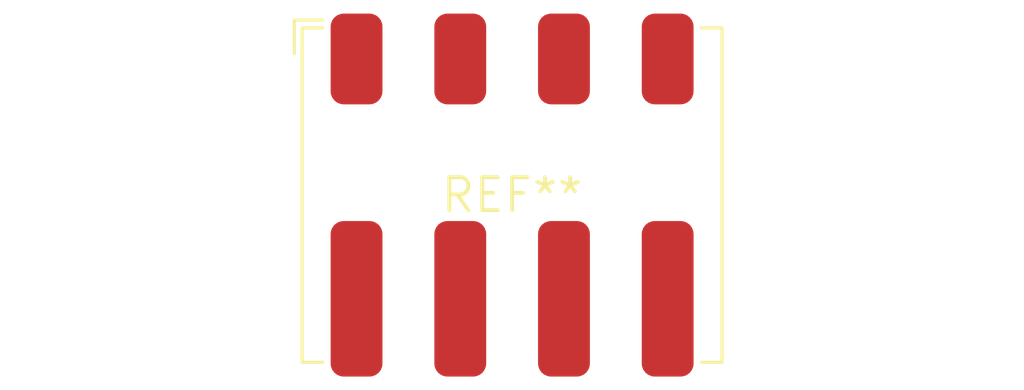
<source format=kicad_pcb>
(kicad_pcb (version 20240108) (generator pcbnew)
  (layers (0 "F.Cu" signal) (31 "B.Cu" signal) (34 "B.Paste" user) (35 "F.Paste" user) (36 "B.SilkS" user "B.Silkscreen") (37 "F.SilkS" user "F.Silkscreen") (38 "B.Mask" user) (39 "F.Mask" user) (44 "Edge.Cuts" user))
  (net 0 "")
  (footprint "TE_2834006-4_1x04_P4.0mm_Horizontal" (layer "F.Cu") (at 0 0)
    (property "Reference" "REF**")
    (property "Value" "TE_2834006-4_1x04_P4.0mm_Horizontal")
    (fp_line (start -8.4 -6.75) (end -8.4 -5.45) (layer "F.SilkS") (stroke (width 0.12)))
    (fp_line (start -8.1 -6.45) (end -7.3 -6.45) (layer "F.SilkS") (stroke (width 0.12)))
    (fp_line (start -8.1 6.45) (end -8.1 -6.45) (layer "F.SilkS") (stroke (width 0.12)))
    (fp_line (start -8.1 6.45) (end -7.3 6.45) (layer "F.SilkS") (stroke (width 0.12)))
    (fp_line (start -7.3 -6.75) (end -8.4 -6.75) (layer "F.SilkS") (stroke (width 0.12)))
    (fp_line (start 8.1 -6.45) (end 7.3 -6.45) (layer "F.SilkS") (stroke (width 0.12)))
    (fp_line (start 8.1 -6.45) (end 8.1 6.45) (layer "F.SilkS") (stroke (width 0.12)))
    (fp_line (start 8.1 6.45) (end 7.3 6.45) (layer "F.SilkS") (stroke (width 0.12)))
    (pad "1" smd roundrect (at -6 -5.25) (size 2 3.5) (layers "F.Cu" "F.Paste" "F.Mask"))
    (pad "1" smd roundrect (at -6 4) (size 2 6) (layers "F.Cu" "F.Paste" "F.Mask"))
    (pad "2" smd roundrect (at -2 -5.25) (size 2 3.5) (layers "F.Cu" "F.Paste" "F.Mask"))
    (pad "2" smd roundrect (at -2 4) (size 2 6) (layers "F.Cu" "F.Paste" "F.Mask"))
    (pad "3" smd roundrect (at 2 -5.25) (size 2 3.5) (layers "F.Cu" "F.Paste" "F.Mask"))
    (pad "3" smd roundrect (at 2 4) (size 2 6) (layers "F.Cu" "F.Paste" "F.Mask"))
    (pad "4" smd roundrect (at 6 -5.25) (size 2 3.5) (layers "F.Cu" "F.Paste" "F.Mask"))
    (pad "4" smd roundrect (at 6 4) (size 2 6) (layers "F.Cu" "F.Paste" "F.Mask"))
  )
)
</source>
